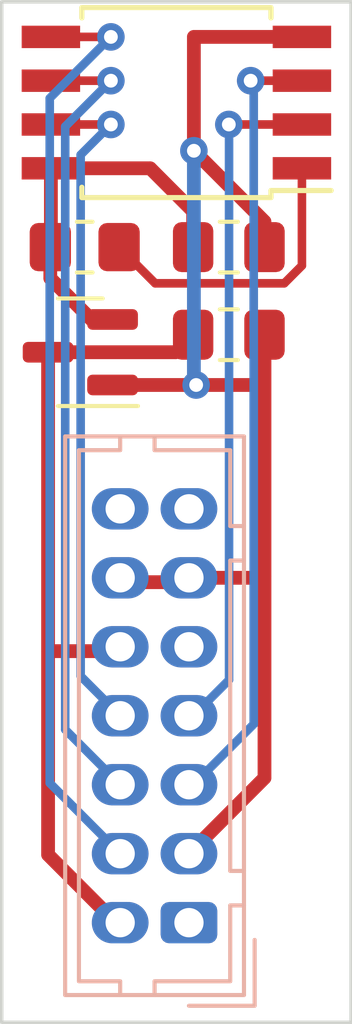
<source format=kicad_pcb>
(kicad_pcb (version 20211014) (generator pcbnew)
  (layers (0 "F.Cu" signal) (31 "B.Cu" signal) (38 "B.Mask" user) (39 "F.Mask" user) (44 "Edge.Cuts" user))
  (net 0 "")
  (net 1 "Net-(C1-Pad1)")
  (net 2 "Net-(C1-Pad2)")
  (net 6 "Net-(J1-Pad5)")
  (net 7 "Net-(J1-Pad6)")
  (net 8 "Net-(J1-Pad7)")
  (net 9 "Net-(J1-Pad8)")
  (net 10 "Net-(R1-Pad1)")
  (net 11 "Net-(J1-Pad4)")
  (net 12 "Net-(J1-Pad10)")
  (footprint "Capacitor_SMD:C_0805_2012Metric_Pad1.18x1.45mm_HandSolder" (layer "F.Cu") (at 143.764 63.881 180)
    (fp_text reference "C1" hide)
    (fp_text value "4.7uf")
    (fp_line (start -0.261252 0.735) (end 0.261252 0.735) (layer "F.SilkS") (width 0.12))
    (fp_line (start -0.261252 -0.735) (end 0.261252 -0.735) (layer "F.SilkS") (width 0.12))
    (pad "1" smd roundrect (at -1.0375 0 180) (size 1.175 1.45) (layers "F.Cu" "F.Paste" "F.Mask") (roundrect_rratio 0.2127659574) (net 1 "Net-(C1-Pad1)"))
    (pad "2" smd roundrect (at 1.0375 0 180) (size 1.175 1.45) (layers "F.Cu" "F.Paste" "F.Mask") (roundrect_rratio 0.2127659574) (net 2 "Net-(C1-Pad2)"))
  )
  (footprint "Resistor_SMD:R_0805_2012Metric_Pad1.20x1.40mm_HandSolder" (layer "F.Cu") (at 139.573 63.881 180)
    (fp_text reference "R1" hide)
    (fp_text value "10k")
    (fp_line (start -0.227064 -0.735) (end 0.227064 -0.735) (layer "F.SilkS") (width 0.12))
    (fp_line (start -0.227064 0.735) (end 0.227064 0.735) (layer "F.SilkS") (width 0.12))
    (pad "1" smd roundrect (at -1 0 180) (size 1.2 1.4) (layers "F.Cu" "F.Paste" "F.Mask") (roundrect_rratio 0.2083333333) (net 10 "Net-(R1-Pad1)"))
    (pad "2" smd roundrect (at 1 0 180) (size 1.2 1.4) (layers "F.Cu" "F.Paste" "F.Mask") (roundrect_rratio 0.2083333333) (net 2 "Net-(C1-Pad2)"))
  )
  (footprint "Package_TO_SOT_SMD:SOT-23" (layer "F.Cu") (at 139.446 66.929 180)
    (fp_text reference "U2" hide)
    (fp_text value "AP2127N-3.3" hide)
    (fp_line (start 0 1.56) (end -0.65 1.56) (layer "F.SilkS") (width 0.12))
    (fp_line (start 0 1.56) (end 0.65 1.56) (layer "F.SilkS") (width 0.12))
    (fp_line (start 0 -1.56) (end 0.65 -1.56) (layer "F.SilkS") (width 0.12))
    (fp_line (start 0 -1.56) (end -1.675 -1.56) (layer "F.SilkS") (width 0.12))
    (pad "1" smd roundrect (at -0.9375 -0.95 180) (size 1.475 0.6) (layers "F.Cu" "F.Paste" "F.Mask") (net 1 "Net-(C1-Pad1)"))
    (pad "2" smd roundrect (at -0.9375 0.95 180) (size 1.475 0.6) (layers "F.Cu" "F.Paste" "F.Mask") (net 2 "Net-(C1-Pad2)"))
    (pad "3" smd roundrect (at 0.9375 0 180) (size 1.475 0.6) (layers "F.Cu" "F.Paste" "F.Mask") (net 12 "Net-(J1-Pad10)"))
  )
  (footprint "Capacitor_SMD:C_0805_2012Metric_Pad1.18x1.45mm_HandSolder" (layer "F.Cu") (at 143.764 66.421)
    (fp_text reference "C2" hide)
    (fp_text value "1uf" hide)
    (fp_line (start -0.261252 -0.735) (end 0.261252 -0.735) (layer "F.SilkS") (width 0.12))
    (fp_line (start -0.261252 0.735) (end 0.261252 0.735) (layer "F.SilkS") (width 0.12))
    (pad "1" smd roundrect (at -1.0375 0) (size 1.175 1.45) (layers "F.Cu" "F.Paste" "F.Mask") (roundrect_rratio 0.212766) (net 12 "Net-(J1-Pad10)"))
    (pad "2" smd roundrect (at 1.0375 0) (size 1.175 1.45) (layers "F.Cu" "F.Paste" "F.Mask") (roundrect_rratio 0.212766) (net 1 "Net-(C1-Pad1)"))
  )
  (footprint "Package_SO:SOIC-8W_5.3x5.3mm_P1.27mm" (layer "F.Cu") (at 142.24 59.69 180)
    (fp_text reference "U1" hide)
    (fp_text value "ATtiny13A-S")
    (fp_line (start -2.75 2.755) (end -2.75 2.455) (layer "F.SilkS") (width 0.15))
    (fp_line (start 2.75 -2.755) (end 2.75 -2.455) (layer "F.SilkS") (width 0.15))
    (fp_line (start 2.75 2.755) (end 2.75 2.455) (layer "F.SilkS") (width 0.15))
    (fp_line (start -2.75 2.755) (end 2.75 2.755) (layer "F.SilkS") (width 0.15))
    (fp_line (start -2.75 -2.755) (end -2.75 -2.55) (layer "F.SilkS") (width 0.15))
    (fp_line (start -2.75 -2.55) (end -4.5 -2.55) (layer "F.SilkS") (width 0.15))
    (fp_line (start -2.75 -2.755) (end 2.75 -2.755) (layer "F.SilkS") (width 0.15))
    (pad "1" smd rect (at -3.65 -1.905 180) (size 1.7 0.65) (layers "F.Cu" "F.Paste" "F.Mask") (net 10 "Net-(R1-Pad1)"))
    (pad "2" smd rect (at -3.65 -0.635 180) (size 1.7 0.65) (layers "F.Cu" "F.Paste" "F.Mask") (net 8 "Net-(J1-Pad7)"))
    (pad "3" smd rect (at -3.65 0.635 180) (size 1.7 0.65) (layers "F.Cu" "F.Paste" "F.Mask") (net 6 "Net-(J1-Pad5)"))
    (pad "4" smd rect (at -3.65 1.905 180) (size 1.7 0.65) (layers "F.Cu" "F.Paste" "F.Mask") (net 1 "Net-(C1-Pad1)"))
    (pad "5" smd rect (at 3.65 1.905 180) (size 1.7 0.65) (layers "F.Cu" "F.Paste" "F.Mask") (net 11 "Net-(J1-Pad4)"))
    (pad "6" smd rect (at 3.65 0.635 180) (size 1.7 0.65) (layers "F.Cu" "F.Paste" "F.Mask") (net 7 "Net-(J1-Pad6)"))
    (pad "7" smd rect (at 3.65 -0.635 180) (size 1.7 0.65) (layers "F.Cu" "F.Paste" "F.Mask") (net 9 "Net-(J1-Pad8)"))
    (pad "8" smd rect (at 3.65 -1.905 180) (size 1.7 0.65) (layers "F.Cu" "F.Paste" "F.Mask") (net 2 "Net-(C1-Pad2)"))
  )
  (footprint "Connector_Hirose:Hirose_DF11-14DP-2DSA_2x07_P2.00mm_Vertical" (layer "B.Cu") (at 142.605 83.47 90)
    (fp_text reference "J1" hide)
    (fp_text value "to Xbox" hide)
    (fp_line (start -2.1 -1) (end -1.7 -1) (layer "B.SilkS") (width 0.12))
    (fp_line (start -1.7 1.2) (end 0.5 1.2) (layer "B.SilkS") (width 0.12))
    (fp_line (start -2.1 -3.6) (end 14.1 -3.6) (layer "B.SilkS") (width 0.12))
    (fp_line (start 13.7 -2) (end 14.1 -2) (layer "B.SilkS") (width 0.12))
    (fp_line (start -1.7 -1) (end -1.7 1.2) (layer "B.SilkS") (width 0.12))
    (fp_line (start -2.1 1.6) (end -2.1 -3.6) (layer "B.SilkS") (width 0.12))
    (fp_line (start 13.7 1.2) (end 11.5 1.2) (layer "B.SilkS") (width 0.12))
    (fp_line (start 14.1 1.6) (end -2.1 1.6) (layer "B.SilkS") (width 0.12))
    (fp_line (start 0.5 1.2) (end 0.5 1.6) (layer "B.SilkS") (width 0.12))
    (fp_line (start 13.7 -1) (end 13.7 1.2) (layer "B.SilkS") (width 0.12))
    (fp_line (start -1.7 -3.2) (end 13.7 -3.2) (layer "B.SilkS") (width 0.12))
    (fp_line (start 14.1 -3.6) (end 14.1 1.6) (layer "B.SilkS") (width 0.12))
    (fp_line (start -2.41 1.91) (end -0.5 1.91) (layer "B.SilkS") (width 0.12))
    (fp_line (start -2.41 0) (end -2.41 1.91) (layer "B.SilkS") (width 0.12))
    (fp_line (start 11.5 1.2) (end 11.5 1.6) (layer "B.SilkS") (width 0.12))
    (fp_line (start -1.7 -2) (end -1.7 -3.2) (layer "B.SilkS") (width 0.12))
    (fp_line (start 10.5 1.2) (end 10.5 1.6) (layer "B.SilkS") (width 0.12))
    (fp_line (start 13.7 -3.2) (end 13.7 -2) (layer "B.SilkS") (width 0.12))
    (fp_line (start 1.5 1.2) (end 10.5 1.2) (layer "B.SilkS") (width 0.12))
    (fp_line (start 1.5 1.6) (end 1.5 1.2) (layer "B.SilkS") (width 0.12))
    (fp_line (start -2.1 -2) (end -1.7 -2) (layer "B.SilkS") (width 0.12))
    (fp_line (start 14.1 -1) (end 13.7 -1) (layer "B.SilkS") (width 0.12))
    (pad "1" thru_hole roundrect (at 0 0 90) (size 1.2 1.65) (drill 0.85) (layers *.Cu *.Mask) (roundrect_rratio 0.2083333333))
    (pad "2" thru_hole oval (at 0 -2 90) (size 1.2 1.65) (drill 0.85) (layers *.Cu *.Mask) (net 12 "Net-(J1-Pad10)"))
    (pad "3" thru_hole oval (at 2 0 90) (size 1.2 1.65) (drill 0.85) (layers *.Cu *.Mask) (net 1 "Net-(C1-Pad1)"))
    (pad "4" thru_hole oval (at 2 -2 90) (size 1.2 1.65) (drill 0.85) (layers *.Cu *.Mask) (net 11 "Net-(J1-Pad4)"))
    (pad "5" thru_hole oval (at 4 0 90) (size 1.2 1.65) (drill 0.85) (layers *.Cu *.Mask) (net 6 "Net-(J1-Pad5)"))
    (pad "6" thru_hole oval (at 4 -2 90) (size 1.2 1.65) (drill 0.85) (layers *.Cu *.Mask) (net 7 "Net-(J1-Pad6)"))
    (pad "7" thru_hole oval (at 6 0 90) (size 1.2 1.65) (drill 0.85) (layers *.Cu *.Mask) (net 8 "Net-(J1-Pad7)"))
    (pad "8" thru_hole oval (at 6 -2 90) (size 1.2 1.65) (drill 0.85) (layers *.Cu *.Mask) (net 9 "Net-(J1-Pad8)"))
    (pad "9" thru_hole oval (at 8 0 90) (size 1.2 1.65) (drill 0.85) (layers *.Cu *.Mask))
    (pad "10" thru_hole oval (at 8 -2 90) (size 1.2 1.65) (drill 0.85) (layers *.Cu *.Mask) (net 12 "Net-(J1-Pad10)"))
    (pad "11" thru_hole oval (at 10 0 90) (size 1.2 1.65) (drill 0.85) (layers *.Cu *.Mask) (net 1 "Net-(C1-Pad1)"))
    (pad "12" thru_hole oval (at 10 -2 90) (size 1.2 1.65) (drill 0.85) (layers *.Cu *.Mask) (net 1 "Net-(C1-Pad1)"))
    (pad "13" thru_hole oval (at 12 0 90) (size 1.2 1.65) (drill 0.85) (layers *.Cu *.Mask))
    (pad "14" thru_hole oval (at 12 -2 90) (size 1.2 1.65) (drill 0.85) (layers *.Cu *.Mask))
  )
  (gr_line (start 137.16 56.769) (end 147.32 56.769) (layer "Edge.Cuts") (width 0.1))
  (gr_line (start 137.16 56.769) (end 137.16 86.36) (layer "Edge.Cuts") (width 0.1))
  (gr_line (start 137.16 86.36) (end 147.32 86.36) (layer "Edge.Cuts") (width 0.1))
  (gr_line (start 147.32 83.185) (end 147.32 86.36) (layer "Edge.Cuts") (width 0.1))
  (gr_line (start 147.32 56.769) (end 147.32 83.185) (layer "Edge.Cuts") (width 0.1))
  (segment (start 144.8015 63.1405) (end 142.748 61.087) (width 0.4) (layer "F.Cu") (net 1))
  (segment (start 145.89 57.785) (end 142.748 57.785) (width 0.4) (layer "F.Cu") (net 1))
  (segment (start 142.814 67.879) (end 144.63 67.879) (width 0.4) (layer "F.Cu") (net 1))
  (segment (start 142.605 73.47) (end 144.759 73.47) (width 0.4) (layer "F.Cu") (net 1))
  (segment (start 144.8015 79.2735) (end 144.8015 73.4275) (width 0.4) (layer "F.Cu") (net 1))
  (segment (start 142.605 81.47) (end 144.8015 79.2735) (width 0.4) (layer "F.Cu") (net 1))
  (segment (start 144.8015 73.4275) (end 144.8015 66.421) (width 0.4) (layer "F.Cu") (net 1))
  (segment (start 142.748 61.087) (end 142.748 57.785) (width 0.4) (layer "F.Cu") (net 1))
  (segment (start 140.3835 67.879) (end 142.814 67.879) (width 0.4) (layer "F.Cu") (net 1))
  (segment (start 140.605 73.597) (end 142.605 73.597) (width 0.4) (layer "F.Cu") (net 1))
  (segment (start 144.8015 63.881) (end 144.8015 63.1405) (width 0.25) (layer "F.Cu") (net 1))
  (segment (start 144.759 73.47) (end 144.8015 73.4275) (width 0.25) (layer "F.Cu") (net 1))
  (via (at 142.748 61.087) (size 0.8) (drill 0.4) (layers "F.Cu" "B.Cu") (net 1))
  (via (at 142.814 67.879) (size 0.8) (drill 0.4) (layers "F.Cu" "B.Cu") (net 1))
  (segment (start 142.748 67.813) (end 142.814 67.879) (width 0.4) (layer "B.Cu") (net 1))
  (segment (start 142.748 61.087) (end 142.748 67.813) (width 0.4) (layer "B.Cu") (net 1))
  (segment (start 142.7265 63.881) (end 142.7265 62.8435) (width 0.4) (layer "F.Cu") (net 2))
  (segment (start 138.557 63.897) (end 138.573 63.881) (width 0.4) (layer "F.Cu") (net 2))
  (segment (start 139.766 65.979) (end 138.573 64.786) (width 0.4) (layer "F.Cu") (net 2))
  (segment (start 138.59 64.118) (end 138.59 61.595) (width 0.4) (layer "F.Cu") (net 2))
  (segment (start 141.478 61.595) (end 138.59 61.595) (width 0.4) (layer "F.Cu") (net 2))
  (segment (start 142.7265 62.8435) (end 141.478 61.595) (width 0.4) (layer "F.Cu") (net 2))
  (segment (start 138.573 64.786) (end 138.573 63.881) (width 0.4) (layer "F.Cu") (net 2))
  (segment (start 140.3835 65.979) (end 139.766 65.979) (width 0.25) (layer "F.Cu") (net 2))
  (segment (start 145.89 59.055) (end 144.399 59.055) (width 0.25) (layer "F.Cu") (net 6))
  (via (at 144.399 59.055) (size 0.8) (drill 0.4) (layers "F.Cu" "B.Cu") (net 6))
  (segment (start 144.488511 77.713489) (end 142.605 79.597) (width 0.25) (layer "B.Cu") (net 6))
  (segment (start 144.399 59.055) (end 144.488511 59.144511) (width 0.25) (layer "B.Cu") (net 6))
  (segment (start 144.488511 59.144511) (end 144.488511 77.713489) (width 0.25) (layer "B.Cu") (net 6))
  (segment (start 138.59 59.055) (end 140.335 59.055) (width 0.25) (layer "F.Cu") (net 7))
  (via (at 140.335 59.055) (size 0.8) (drill 0.4) (layers "F.Cu" "B.Cu") (net 7))
  (segment (start 139.00596 77.87096) (end 140.605 79.47) (width 0.25) (layer "B.Cu") (net 7))
  (segment (start 139.00596 60.38404) (end 139.00596 77.87096) (width 0.25) (layer "B.Cu") (net 7))
  (segment (start 140.335 59.055) (end 139.00596 60.38404) (width 0.25) (layer "B.Cu") (net 7))
  (segment (start 145.89 60.325) (end 143.764 60.325) (width 0.25) (layer "F.Cu") (net 8))
  (via (at 143.764 60.325) (size 0.8) (drill 0.4) (layers "F.Cu" "B.Cu") (net 8))
  (segment (start 143.764 60.325) (end 143.77052 60.33152) (width 0.25) (layer "B.Cu") (net 8))
  (segment (start 143.77052 76.43148) (end 142.605 77.597) (width 0.25) (layer "B.Cu") (net 8))
  (segment (start 143.77052 60.33152) (end 143.77052 76.43148) (width 0.25) (layer "B.Cu") (net 8))
  (segment (start 138.59 60.325) (end 140.335 60.325) (width 0.25) (layer "F.Cu") (net 9))
  (via (at 140.335 60.325) (size 0.8) (drill 0.4) (layers "F.Cu" "B.Cu") (net 9))
  (segment (start 140.335 60.325) (end 139.45548 61.20452) (width 0.25) (layer "B.Cu") (net 9))
  (segment (start 139.45548 61.20452) (end 139.45548 76.32048) (width 0.25) (layer "B.Cu") (net 9))
  (segment (start 139.45548 76.32048) (end 140.605 77.47) (width 0.25) (layer "B.Cu") (net 9))
  (segment (start 141.62252 64.93052) (end 140.573 63.881) (width 0.25) (layer "F.Cu") (net 10))
  (segment (start 145.89 64.417493) (end 145.89 61.595) (width 0.25) (layer "F.Cu") (net 10))
  (segment (start 145.376973 64.93052) (end 145.89 64.417493) (width 0.25) (layer "F.Cu") (net 10))
  (segment (start 141.62252 64.93052) (end 145.376973 64.93052) (width 0.25) (layer "F.Cu") (net 10))
  (segment (start 138.59 57.785) (end 140.335 57.785) (width 0.25) (layer "F.Cu") (net 11))
  (via (at 140.335 57.785) (size 0.8) (drill 0.4) (layers "F.Cu" "B.Cu") (net 11))
  (segment (start 138.55644 79.42144) (end 140.605 81.47) (width 0.25) (layer "B.Cu") (net 11))
  (segment (start 138.55644 59.56356) (end 138.55644 79.42144) (width 0.25) (layer "B.Cu") (net 11))
  (segment (start 140.335 57.785) (end 138.55644 59.56356) (width 0.25) (layer "B.Cu") (net 11))
  (segment (start 138.5085 66.929) (end 142.2185 66.929) (width 0.4) (layer "F.Cu") (net 12))
  (segment (start 138.5085 75.6135) (end 138.5085 81.5005) (width 0.4) (layer "F.Cu") (net 12))
  (segment (start 140.605 75.597) (end 138.525 75.597) (width 0.4) (layer "F.Cu") (net 12))
  (segment (start 138.525 75.597) (end 138.5085 75.6135) (width 0.25) (layer "F.Cu") (net 12))
  (segment (start 138.5085 75.6135) (end 138.5085 66.929) (width 0.4) (layer "F.Cu") (net 12))
  (segment (start 142.2185 66.929) (end 142.7265 66.421) (width 0.4) (layer "F.Cu") (net 12))
  (segment (start 138.5085 81.5005) (end 140.605 83.597) (width 0.4) (layer "F.Cu") (net 12))
)
</source>
